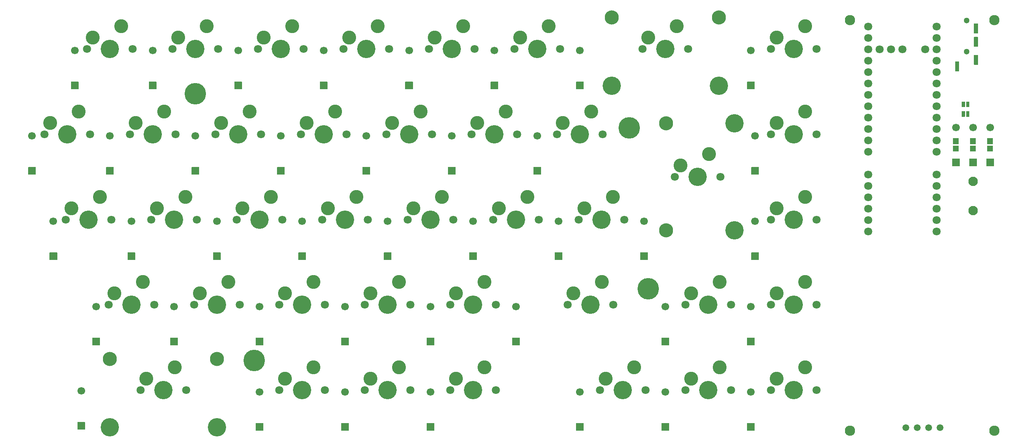
<source format=gbr>
%TF.GenerationSoftware,KiCad,Pcbnew,(5.1.7)-1*%
%TF.CreationDate,2021-06-20T13:46:43+02:00*%
%TF.ProjectId,Split65Right,53706c69-7436-4355-9269-6768742e6b69,rev?*%
%TF.SameCoordinates,Original*%
%TF.FileFunction,Soldermask,Top*%
%TF.FilePolarity,Negative*%
%FSLAX46Y46*%
G04 Gerber Fmt 4.6, Leading zero omitted, Abs format (unit mm)*
G04 Created by KiCad (PCBNEW (5.1.7)-1) date 2021-06-20 13:46:43*
%MOMM*%
%LPD*%
G01*
G04 APERTURE LIST*
%ADD10C,1.801800*%
%ADD11C,4.087800*%
%ADD12C,3.100000*%
%ADD13C,3.148000*%
%ADD14C,1.497000*%
%ADD15C,4.800400*%
%ADD16C,2.300000*%
%ADD17C,1.300000*%
%ADD18C,1.700000*%
%ADD19C,2.100000*%
%ADD20C,1.800000*%
G04 APERTURE END LIST*
D10*
%TO.C,SW39*%
X47280000Y-116144000D03*
X57440000Y-116144000D03*
D11*
X52360000Y-116144000D03*
D12*
X48550000Y-113604000D03*
X54900000Y-111064000D03*
D11*
X64298000Y-124399000D03*
X40422000Y-124399000D03*
D13*
X64298000Y-109159000D03*
X40422000Y-109159000D03*
%TD*%
D14*
%TO.C,J2*%
X225386000Y-124474000D03*
X222846000Y-124474000D03*
X220306000Y-124474000D03*
X217766000Y-124474000D03*
%TD*%
D15*
%TO.C,HOLE_3M*%
X156128000Y-57596000D03*
%TD*%
%TO.C,HOLE_3M*%
X160412000Y-93534000D03*
%TD*%
%TO.C,HOLE_3M*%
X72590000Y-109480000D03*
%TD*%
%TO.C,HOLE_3M*%
X59500000Y-49980000D03*
%TD*%
D16*
%TO.C,HOLE_M2*%
X205394000Y-125188000D03*
%TD*%
%TO.C,HOLE_M2*%
X237524000Y-125188000D03*
%TD*%
%TO.C,HOLE_M2*%
X237524000Y-33558000D03*
%TD*%
%TO.C,HOLE_M2*%
X205394000Y-33558000D03*
%TD*%
%TO.C,J1*%
G36*
G01*
X228786000Y-44980000D02*
X228786000Y-42880000D01*
G75*
G02*
X228836000Y-42830000I50000J0D01*
G01*
X229636000Y-42830000D01*
G75*
G02*
X229686000Y-42880000I0J-50000D01*
G01*
X229686000Y-44980000D01*
G75*
G02*
X229636000Y-45030000I-50000J0D01*
G01*
X228836000Y-45030000D01*
G75*
G02*
X228786000Y-44980000I0J50000D01*
G01*
G37*
G36*
G01*
X232986000Y-43480000D02*
X232986000Y-41380000D01*
G75*
G02*
X233036000Y-41330000I50000J0D01*
G01*
X233836000Y-41330000D01*
G75*
G02*
X233886000Y-41380000I0J-50000D01*
G01*
X233886000Y-43480000D01*
G75*
G02*
X233836000Y-43530000I-50000J0D01*
G01*
X233036000Y-43530000D01*
G75*
G02*
X232986000Y-43480000I0J50000D01*
G01*
G37*
G36*
G01*
X232986000Y-39480000D02*
X232986000Y-37380000D01*
G75*
G02*
X233036000Y-37330000I50000J0D01*
G01*
X233836000Y-37330000D01*
G75*
G02*
X233886000Y-37380000I0J-50000D01*
G01*
X233886000Y-39480000D01*
G75*
G02*
X233836000Y-39530000I-50000J0D01*
G01*
X233036000Y-39530000D01*
G75*
G02*
X232986000Y-39480000I0J50000D01*
G01*
G37*
G36*
G01*
X232986000Y-36480000D02*
X232986000Y-34380000D01*
G75*
G02*
X233036000Y-34330000I50000J0D01*
G01*
X233836000Y-34330000D01*
G75*
G02*
X233886000Y-34380000I0J-50000D01*
G01*
X233886000Y-36480000D01*
G75*
G02*
X233836000Y-36530000I-50000J0D01*
G01*
X233036000Y-36530000D01*
G75*
G02*
X232986000Y-36480000I0J50000D01*
G01*
G37*
D17*
X231336000Y-40630000D03*
X231336000Y-33630000D03*
%TD*%
D18*
%TO.C,D1*%
X183260000Y-40368000D03*
G36*
G01*
X184060000Y-49018000D02*
X182460000Y-49018000D01*
G75*
G02*
X182410000Y-48968000I0J50000D01*
G01*
X182410000Y-47368000D01*
G75*
G02*
X182460000Y-47318000I50000J0D01*
G01*
X184060000Y-47318000D01*
G75*
G02*
X184110000Y-47368000I0J-50000D01*
G01*
X184110000Y-48968000D01*
G75*
G02*
X184060000Y-49018000I-50000J0D01*
G01*
G37*
%TD*%
%TO.C,D2*%
X145180000Y-40368000D03*
G36*
G01*
X145980000Y-49018000D02*
X144380000Y-49018000D01*
G75*
G02*
X144330000Y-48968000I0J50000D01*
G01*
X144330000Y-47368000D01*
G75*
G02*
X144380000Y-47318000I50000J0D01*
G01*
X145980000Y-47318000D01*
G75*
G02*
X146030000Y-47368000I0J-50000D01*
G01*
X146030000Y-48968000D01*
G75*
G02*
X145980000Y-49018000I-50000J0D01*
G01*
G37*
%TD*%
%TO.C,D3*%
X126140000Y-40368000D03*
G36*
G01*
X126940000Y-49018000D02*
X125340000Y-49018000D01*
G75*
G02*
X125290000Y-48968000I0J50000D01*
G01*
X125290000Y-47368000D01*
G75*
G02*
X125340000Y-47318000I50000J0D01*
G01*
X126940000Y-47318000D01*
G75*
G02*
X126990000Y-47368000I0J-50000D01*
G01*
X126990000Y-48968000D01*
G75*
G02*
X126940000Y-49018000I-50000J0D01*
G01*
G37*
%TD*%
%TO.C,D4*%
X107100000Y-40368000D03*
G36*
G01*
X107900000Y-49018000D02*
X106300000Y-49018000D01*
G75*
G02*
X106250000Y-48968000I0J50000D01*
G01*
X106250000Y-47368000D01*
G75*
G02*
X106300000Y-47318000I50000J0D01*
G01*
X107900000Y-47318000D01*
G75*
G02*
X107950000Y-47368000I0J-50000D01*
G01*
X107950000Y-48968000D01*
G75*
G02*
X107900000Y-49018000I-50000J0D01*
G01*
G37*
%TD*%
%TO.C,D5*%
X88060000Y-40368000D03*
G36*
G01*
X88860000Y-49018000D02*
X87260000Y-49018000D01*
G75*
G02*
X87210000Y-48968000I0J50000D01*
G01*
X87210000Y-47368000D01*
G75*
G02*
X87260000Y-47318000I50000J0D01*
G01*
X88860000Y-47318000D01*
G75*
G02*
X88910000Y-47368000I0J-50000D01*
G01*
X88910000Y-48968000D01*
G75*
G02*
X88860000Y-49018000I-50000J0D01*
G01*
G37*
%TD*%
%TO.C,D6*%
X69020000Y-40368000D03*
G36*
G01*
X69820000Y-49018000D02*
X68220000Y-49018000D01*
G75*
G02*
X68170000Y-48968000I0J50000D01*
G01*
X68170000Y-47368000D01*
G75*
G02*
X68220000Y-47318000I50000J0D01*
G01*
X69820000Y-47318000D01*
G75*
G02*
X69870000Y-47368000I0J-50000D01*
G01*
X69870000Y-48968000D01*
G75*
G02*
X69820000Y-49018000I-50000J0D01*
G01*
G37*
%TD*%
%TO.C,D7*%
X49980000Y-40368000D03*
G36*
G01*
X50780000Y-49018000D02*
X49180000Y-49018000D01*
G75*
G02*
X49130000Y-48968000I0J50000D01*
G01*
X49130000Y-47368000D01*
G75*
G02*
X49180000Y-47318000I50000J0D01*
G01*
X50780000Y-47318000D01*
G75*
G02*
X50830000Y-47368000I0J-50000D01*
G01*
X50830000Y-48968000D01*
G75*
G02*
X50780000Y-49018000I-50000J0D01*
G01*
G37*
%TD*%
%TO.C,D8*%
X32606000Y-40368000D03*
G36*
G01*
X33406000Y-49018000D02*
X31806000Y-49018000D01*
G75*
G02*
X31756000Y-48968000I0J50000D01*
G01*
X31756000Y-47368000D01*
G75*
G02*
X31806000Y-47318000I50000J0D01*
G01*
X33406000Y-47318000D01*
G75*
G02*
X33456000Y-47368000I0J-50000D01*
G01*
X33456000Y-48968000D01*
G75*
G02*
X33406000Y-49018000I-50000J0D01*
G01*
G37*
%TD*%
%TO.C,D9*%
X184212000Y-59408000D03*
G36*
G01*
X185012000Y-68058000D02*
X183412000Y-68058000D01*
G75*
G02*
X183362000Y-68008000I0J50000D01*
G01*
X183362000Y-66408000D01*
G75*
G02*
X183412000Y-66358000I50000J0D01*
G01*
X185012000Y-66358000D01*
G75*
G02*
X185062000Y-66408000I0J-50000D01*
G01*
X185062000Y-68008000D01*
G75*
G02*
X185012000Y-68058000I-50000J0D01*
G01*
G37*
%TD*%
%TO.C,D10*%
X135660000Y-59408000D03*
G36*
G01*
X136460000Y-68058000D02*
X134860000Y-68058000D01*
G75*
G02*
X134810000Y-68008000I0J50000D01*
G01*
X134810000Y-66408000D01*
G75*
G02*
X134860000Y-66358000I50000J0D01*
G01*
X136460000Y-66358000D01*
G75*
G02*
X136510000Y-66408000I0J-50000D01*
G01*
X136510000Y-68008000D01*
G75*
G02*
X136460000Y-68058000I-50000J0D01*
G01*
G37*
%TD*%
%TO.C,D11*%
X116620000Y-59408000D03*
G36*
G01*
X117420000Y-68058000D02*
X115820000Y-68058000D01*
G75*
G02*
X115770000Y-68008000I0J50000D01*
G01*
X115770000Y-66408000D01*
G75*
G02*
X115820000Y-66358000I50000J0D01*
G01*
X117420000Y-66358000D01*
G75*
G02*
X117470000Y-66408000I0J-50000D01*
G01*
X117470000Y-68008000D01*
G75*
G02*
X117420000Y-68058000I-50000J0D01*
G01*
G37*
%TD*%
%TO.C,D12*%
X97580000Y-59408000D03*
G36*
G01*
X98380000Y-68058000D02*
X96780000Y-68058000D01*
G75*
G02*
X96730000Y-68008000I0J50000D01*
G01*
X96730000Y-66408000D01*
G75*
G02*
X96780000Y-66358000I50000J0D01*
G01*
X98380000Y-66358000D01*
G75*
G02*
X98430000Y-66408000I0J-50000D01*
G01*
X98430000Y-68008000D01*
G75*
G02*
X98380000Y-68058000I-50000J0D01*
G01*
G37*
%TD*%
%TO.C,D13*%
X78540000Y-59408000D03*
G36*
G01*
X79340000Y-68058000D02*
X77740000Y-68058000D01*
G75*
G02*
X77690000Y-68008000I0J50000D01*
G01*
X77690000Y-66408000D01*
G75*
G02*
X77740000Y-66358000I50000J0D01*
G01*
X79340000Y-66358000D01*
G75*
G02*
X79390000Y-66408000I0J-50000D01*
G01*
X79390000Y-68008000D01*
G75*
G02*
X79340000Y-68058000I-50000J0D01*
G01*
G37*
%TD*%
%TO.C,D14*%
X59500000Y-59408000D03*
G36*
G01*
X60300000Y-68058000D02*
X58700000Y-68058000D01*
G75*
G02*
X58650000Y-68008000I0J50000D01*
G01*
X58650000Y-66408000D01*
G75*
G02*
X58700000Y-66358000I50000J0D01*
G01*
X60300000Y-66358000D01*
G75*
G02*
X60350000Y-66408000I0J-50000D01*
G01*
X60350000Y-68008000D01*
G75*
G02*
X60300000Y-68058000I-50000J0D01*
G01*
G37*
%TD*%
%TO.C,D15*%
X40460000Y-59408000D03*
G36*
G01*
X41260000Y-68058000D02*
X39660000Y-68058000D01*
G75*
G02*
X39610000Y-68008000I0J50000D01*
G01*
X39610000Y-66408000D01*
G75*
G02*
X39660000Y-66358000I50000J0D01*
G01*
X41260000Y-66358000D01*
G75*
G02*
X41310000Y-66408000I0J-50000D01*
G01*
X41310000Y-68008000D01*
G75*
G02*
X41260000Y-68058000I-50000J0D01*
G01*
G37*
%TD*%
%TO.C,D16*%
X23086000Y-59408000D03*
G36*
G01*
X23886000Y-68058000D02*
X22286000Y-68058000D01*
G75*
G02*
X22236000Y-68008000I0J50000D01*
G01*
X22236000Y-66408000D01*
G75*
G02*
X22286000Y-66358000I50000J0D01*
G01*
X23886000Y-66358000D01*
G75*
G02*
X23936000Y-66408000I0J-50000D01*
G01*
X23936000Y-68008000D01*
G75*
G02*
X23886000Y-68058000I-50000J0D01*
G01*
G37*
%TD*%
%TO.C,D17*%
X184212000Y-78448000D03*
G36*
G01*
X185012000Y-87098000D02*
X183412000Y-87098000D01*
G75*
G02*
X183362000Y-87048000I0J50000D01*
G01*
X183362000Y-85448000D01*
G75*
G02*
X183412000Y-85398000I50000J0D01*
G01*
X185012000Y-85398000D01*
G75*
G02*
X185062000Y-85448000I0J-50000D01*
G01*
X185062000Y-87048000D01*
G75*
G02*
X185012000Y-87098000I-50000J0D01*
G01*
G37*
%TD*%
%TO.C,D18*%
X159460000Y-78448000D03*
G36*
G01*
X160260000Y-87098000D02*
X158660000Y-87098000D01*
G75*
G02*
X158610000Y-87048000I0J50000D01*
G01*
X158610000Y-85448000D01*
G75*
G02*
X158660000Y-85398000I50000J0D01*
G01*
X160260000Y-85398000D01*
G75*
G02*
X160310000Y-85448000I0J-50000D01*
G01*
X160310000Y-87048000D01*
G75*
G02*
X160260000Y-87098000I-50000J0D01*
G01*
G37*
%TD*%
%TO.C,D19*%
X140420000Y-78448000D03*
G36*
G01*
X141220000Y-87098000D02*
X139620000Y-87098000D01*
G75*
G02*
X139570000Y-87048000I0J50000D01*
G01*
X139570000Y-85448000D01*
G75*
G02*
X139620000Y-85398000I50000J0D01*
G01*
X141220000Y-85398000D01*
G75*
G02*
X141270000Y-85448000I0J-50000D01*
G01*
X141270000Y-87048000D01*
G75*
G02*
X141220000Y-87098000I-50000J0D01*
G01*
G37*
%TD*%
%TO.C,D20*%
X121380000Y-78448000D03*
G36*
G01*
X122180000Y-87098000D02*
X120580000Y-87098000D01*
G75*
G02*
X120530000Y-87048000I0J50000D01*
G01*
X120530000Y-85448000D01*
G75*
G02*
X120580000Y-85398000I50000J0D01*
G01*
X122180000Y-85398000D01*
G75*
G02*
X122230000Y-85448000I0J-50000D01*
G01*
X122230000Y-87048000D01*
G75*
G02*
X122180000Y-87098000I-50000J0D01*
G01*
G37*
%TD*%
%TO.C,D21*%
X102340000Y-78448000D03*
G36*
G01*
X103140000Y-87098000D02*
X101540000Y-87098000D01*
G75*
G02*
X101490000Y-87048000I0J50000D01*
G01*
X101490000Y-85448000D01*
G75*
G02*
X101540000Y-85398000I50000J0D01*
G01*
X103140000Y-85398000D01*
G75*
G02*
X103190000Y-85448000I0J-50000D01*
G01*
X103190000Y-87048000D01*
G75*
G02*
X103140000Y-87098000I-50000J0D01*
G01*
G37*
%TD*%
%TO.C,D22*%
X83300000Y-78448000D03*
G36*
G01*
X84100000Y-87098000D02*
X82500000Y-87098000D01*
G75*
G02*
X82450000Y-87048000I0J50000D01*
G01*
X82450000Y-85448000D01*
G75*
G02*
X82500000Y-85398000I50000J0D01*
G01*
X84100000Y-85398000D01*
G75*
G02*
X84150000Y-85448000I0J-50000D01*
G01*
X84150000Y-87048000D01*
G75*
G02*
X84100000Y-87098000I-50000J0D01*
G01*
G37*
%TD*%
%TO.C,D23*%
X64260000Y-78448000D03*
G36*
G01*
X65060000Y-87098000D02*
X63460000Y-87098000D01*
G75*
G02*
X63410000Y-87048000I0J50000D01*
G01*
X63410000Y-85448000D01*
G75*
G02*
X63460000Y-85398000I50000J0D01*
G01*
X65060000Y-85398000D01*
G75*
G02*
X65110000Y-85448000I0J-50000D01*
G01*
X65110000Y-87048000D01*
G75*
G02*
X65060000Y-87098000I-50000J0D01*
G01*
G37*
%TD*%
%TO.C,D24*%
X45220000Y-78448000D03*
G36*
G01*
X46020000Y-87098000D02*
X44420000Y-87098000D01*
G75*
G02*
X44370000Y-87048000I0J50000D01*
G01*
X44370000Y-85448000D01*
G75*
G02*
X44420000Y-85398000I50000J0D01*
G01*
X46020000Y-85398000D01*
G75*
G02*
X46070000Y-85448000I0J-50000D01*
G01*
X46070000Y-87048000D01*
G75*
G02*
X46020000Y-87098000I-50000J0D01*
G01*
G37*
%TD*%
%TO.C,D25*%
X183260000Y-97488000D03*
G36*
G01*
X184060000Y-106138000D02*
X182460000Y-106138000D01*
G75*
G02*
X182410000Y-106088000I0J50000D01*
G01*
X182410000Y-104488000D01*
G75*
G02*
X182460000Y-104438000I50000J0D01*
G01*
X184060000Y-104438000D01*
G75*
G02*
X184110000Y-104488000I0J-50000D01*
G01*
X184110000Y-106088000D01*
G75*
G02*
X184060000Y-106138000I-50000J0D01*
G01*
G37*
%TD*%
%TO.C,D26*%
X164220000Y-97488000D03*
G36*
G01*
X165020000Y-106138000D02*
X163420000Y-106138000D01*
G75*
G02*
X163370000Y-106088000I0J50000D01*
G01*
X163370000Y-104488000D01*
G75*
G02*
X163420000Y-104438000I50000J0D01*
G01*
X165020000Y-104438000D01*
G75*
G02*
X165070000Y-104488000I0J-50000D01*
G01*
X165070000Y-106088000D01*
G75*
G02*
X165020000Y-106138000I-50000J0D01*
G01*
G37*
%TD*%
%TO.C,D27*%
X130900000Y-97488000D03*
G36*
G01*
X131700000Y-106138000D02*
X130100000Y-106138000D01*
G75*
G02*
X130050000Y-106088000I0J50000D01*
G01*
X130050000Y-104488000D01*
G75*
G02*
X130100000Y-104438000I50000J0D01*
G01*
X131700000Y-104438000D01*
G75*
G02*
X131750000Y-104488000I0J-50000D01*
G01*
X131750000Y-106088000D01*
G75*
G02*
X131700000Y-106138000I-50000J0D01*
G01*
G37*
%TD*%
%TO.C,D28*%
X111860000Y-97488000D03*
G36*
G01*
X112660000Y-106138000D02*
X111060000Y-106138000D01*
G75*
G02*
X111010000Y-106088000I0J50000D01*
G01*
X111010000Y-104488000D01*
G75*
G02*
X111060000Y-104438000I50000J0D01*
G01*
X112660000Y-104438000D01*
G75*
G02*
X112710000Y-104488000I0J-50000D01*
G01*
X112710000Y-106088000D01*
G75*
G02*
X112660000Y-106138000I-50000J0D01*
G01*
G37*
%TD*%
%TO.C,D29*%
X92820000Y-97488000D03*
G36*
G01*
X93620000Y-106138000D02*
X92020000Y-106138000D01*
G75*
G02*
X91970000Y-106088000I0J50000D01*
G01*
X91970000Y-104488000D01*
G75*
G02*
X92020000Y-104438000I50000J0D01*
G01*
X93620000Y-104438000D01*
G75*
G02*
X93670000Y-104488000I0J-50000D01*
G01*
X93670000Y-106088000D01*
G75*
G02*
X93620000Y-106138000I-50000J0D01*
G01*
G37*
%TD*%
%TO.C,D30*%
X73780000Y-97488000D03*
G36*
G01*
X74580000Y-106138000D02*
X72980000Y-106138000D01*
G75*
G02*
X72930000Y-106088000I0J50000D01*
G01*
X72930000Y-104488000D01*
G75*
G02*
X72980000Y-104438000I50000J0D01*
G01*
X74580000Y-104438000D01*
G75*
G02*
X74630000Y-104488000I0J-50000D01*
G01*
X74630000Y-106088000D01*
G75*
G02*
X74580000Y-106138000I-50000J0D01*
G01*
G37*
%TD*%
%TO.C,D31*%
X54740000Y-97488000D03*
G36*
G01*
X55540000Y-106138000D02*
X53940000Y-106138000D01*
G75*
G02*
X53890000Y-106088000I0J50000D01*
G01*
X53890000Y-104488000D01*
G75*
G02*
X53940000Y-104438000I50000J0D01*
G01*
X55540000Y-104438000D01*
G75*
G02*
X55590000Y-104488000I0J-50000D01*
G01*
X55590000Y-106088000D01*
G75*
G02*
X55540000Y-106138000I-50000J0D01*
G01*
G37*
%TD*%
%TO.C,D32*%
X37366000Y-97488000D03*
G36*
G01*
X38166000Y-106138000D02*
X36566000Y-106138000D01*
G75*
G02*
X36516000Y-106088000I0J50000D01*
G01*
X36516000Y-104488000D01*
G75*
G02*
X36566000Y-104438000I50000J0D01*
G01*
X38166000Y-104438000D01*
G75*
G02*
X38216000Y-104488000I0J-50000D01*
G01*
X38216000Y-106088000D01*
G75*
G02*
X38166000Y-106138000I-50000J0D01*
G01*
G37*
%TD*%
%TO.C,D33*%
X183260000Y-116528000D03*
G36*
G01*
X184060000Y-125178000D02*
X182460000Y-125178000D01*
G75*
G02*
X182410000Y-125128000I0J50000D01*
G01*
X182410000Y-123528000D01*
G75*
G02*
X182460000Y-123478000I50000J0D01*
G01*
X184060000Y-123478000D01*
G75*
G02*
X184110000Y-123528000I0J-50000D01*
G01*
X184110000Y-125128000D01*
G75*
G02*
X184060000Y-125178000I-50000J0D01*
G01*
G37*
%TD*%
%TO.C,D34*%
X164220000Y-116528000D03*
G36*
G01*
X165020000Y-125178000D02*
X163420000Y-125178000D01*
G75*
G02*
X163370000Y-125128000I0J50000D01*
G01*
X163370000Y-123528000D01*
G75*
G02*
X163420000Y-123478000I50000J0D01*
G01*
X165020000Y-123478000D01*
G75*
G02*
X165070000Y-123528000I0J-50000D01*
G01*
X165070000Y-125128000D01*
G75*
G02*
X165020000Y-125178000I-50000J0D01*
G01*
G37*
%TD*%
%TO.C,D35*%
X145180000Y-116528000D03*
G36*
G01*
X145980000Y-125178000D02*
X144380000Y-125178000D01*
G75*
G02*
X144330000Y-125128000I0J50000D01*
G01*
X144330000Y-123528000D01*
G75*
G02*
X144380000Y-123478000I50000J0D01*
G01*
X145980000Y-123478000D01*
G75*
G02*
X146030000Y-123528000I0J-50000D01*
G01*
X146030000Y-125128000D01*
G75*
G02*
X145980000Y-125178000I-50000J0D01*
G01*
G37*
%TD*%
%TO.C,D36*%
X111860000Y-116528000D03*
G36*
G01*
X112660000Y-125178000D02*
X111060000Y-125178000D01*
G75*
G02*
X111010000Y-125128000I0J50000D01*
G01*
X111010000Y-123528000D01*
G75*
G02*
X111060000Y-123478000I50000J0D01*
G01*
X112660000Y-123478000D01*
G75*
G02*
X112710000Y-123528000I0J-50000D01*
G01*
X112710000Y-125128000D01*
G75*
G02*
X112660000Y-125178000I-50000J0D01*
G01*
G37*
%TD*%
%TO.C,D37*%
X92820000Y-116528000D03*
G36*
G01*
X93620000Y-125178000D02*
X92020000Y-125178000D01*
G75*
G02*
X91970000Y-125128000I0J50000D01*
G01*
X91970000Y-123528000D01*
G75*
G02*
X92020000Y-123478000I50000J0D01*
G01*
X93620000Y-123478000D01*
G75*
G02*
X93670000Y-123528000I0J-50000D01*
G01*
X93670000Y-125128000D01*
G75*
G02*
X93620000Y-125178000I-50000J0D01*
G01*
G37*
%TD*%
%TO.C,D38*%
X73780000Y-116528000D03*
G36*
G01*
X74580000Y-125178000D02*
X72980000Y-125178000D01*
G75*
G02*
X72930000Y-125128000I0J50000D01*
G01*
X72930000Y-123528000D01*
G75*
G02*
X72980000Y-123478000I50000J0D01*
G01*
X74580000Y-123478000D01*
G75*
G02*
X74630000Y-123528000I0J-50000D01*
G01*
X74630000Y-125128000D01*
G75*
G02*
X74580000Y-125178000I-50000J0D01*
G01*
G37*
%TD*%
%TO.C,D39*%
X34034000Y-116290000D03*
G36*
G01*
X34834000Y-124940000D02*
X33234000Y-124940000D01*
G75*
G02*
X33184000Y-124890000I0J50000D01*
G01*
X33184000Y-123290000D01*
G75*
G02*
X33234000Y-123240000I50000J0D01*
G01*
X34834000Y-123240000D01*
G75*
G02*
X34884000Y-123290000I0J-50000D01*
G01*
X34884000Y-124890000D01*
G75*
G02*
X34834000Y-124940000I-50000J0D01*
G01*
G37*
%TD*%
%TO.C,D40*%
X27846000Y-78448000D03*
G36*
G01*
X28646000Y-87098000D02*
X27046000Y-87098000D01*
G75*
G02*
X26996000Y-87048000I0J50000D01*
G01*
X26996000Y-85448000D01*
G75*
G02*
X27046000Y-85398000I50000J0D01*
G01*
X28646000Y-85398000D01*
G75*
G02*
X28696000Y-85448000I0J-50000D01*
G01*
X28696000Y-87048000D01*
G75*
G02*
X28646000Y-87098000I-50000J0D01*
G01*
G37*
%TD*%
%TO.C,JP2*%
G36*
G01*
X230965120Y-53930500D02*
X230965120Y-55073500D01*
G75*
G02*
X230915120Y-55123500I-50000J0D01*
G01*
X230280120Y-55123500D01*
G75*
G02*
X230230120Y-55073500I0J50000D01*
G01*
X230230120Y-53930500D01*
G75*
G02*
X230280120Y-53880500I50000J0D01*
G01*
X230915120Y-53880500D01*
G75*
G02*
X230965120Y-53930500I0J-50000D01*
G01*
G37*
G36*
G01*
X231965880Y-53930500D02*
X231965880Y-55073500D01*
G75*
G02*
X231915880Y-55123500I-50000J0D01*
G01*
X231280880Y-55123500D01*
G75*
G02*
X231230880Y-55073500I0J50000D01*
G01*
X231230880Y-53930500D01*
G75*
G02*
X231280880Y-53880500I50000J0D01*
G01*
X231915880Y-53880500D01*
G75*
G02*
X231965880Y-53930500I0J-50000D01*
G01*
G37*
%TD*%
%TO.C,JP3*%
G36*
G01*
X230965120Y-51788500D02*
X230965120Y-52931500D01*
G75*
G02*
X230915120Y-52981500I-50000J0D01*
G01*
X230280120Y-52981500D01*
G75*
G02*
X230230120Y-52931500I0J50000D01*
G01*
X230230120Y-51788500D01*
G75*
G02*
X230280120Y-51738500I50000J0D01*
G01*
X230915120Y-51738500D01*
G75*
G02*
X230965120Y-51788500I0J-50000D01*
G01*
G37*
G36*
G01*
X231965880Y-51788500D02*
X231965880Y-52931500D01*
G75*
G02*
X231915880Y-52981500I-50000J0D01*
G01*
X231280880Y-52981500D01*
G75*
G02*
X231230880Y-52931500I0J50000D01*
G01*
X231230880Y-51788500D01*
G75*
G02*
X231280880Y-51738500I50000J0D01*
G01*
X231915880Y-51738500D01*
G75*
G02*
X231965880Y-51788500I0J-50000D01*
G01*
G37*
%TD*%
%TO.C,R1*%
X228956000Y-57504000D03*
G36*
G01*
X229756000Y-66154000D02*
X228156000Y-66154000D01*
G75*
G02*
X228106000Y-66104000I0J50000D01*
G01*
X228106000Y-64504000D01*
G75*
G02*
X228156000Y-64454000I50000J0D01*
G01*
X229756000Y-64454000D01*
G75*
G02*
X229806000Y-64504000I0J-50000D01*
G01*
X229806000Y-66104000D01*
G75*
G02*
X229756000Y-66154000I-50000J0D01*
G01*
G37*
G36*
G01*
X229530600Y-62892200D02*
X228330600Y-62892200D01*
G75*
G02*
X228280600Y-62842200I0J50000D01*
G01*
X228280600Y-61642200D01*
G75*
G02*
X228330600Y-61592200I50000J0D01*
G01*
X229530600Y-61592200D01*
G75*
G02*
X229580600Y-61642200I0J-50000D01*
G01*
X229580600Y-62842200D01*
G75*
G02*
X229530600Y-62892200I-50000J0D01*
G01*
G37*
G36*
G01*
X229530600Y-61215800D02*
X228330600Y-61215800D01*
G75*
G02*
X228280600Y-61165800I0J50000D01*
G01*
X228280600Y-59965800D01*
G75*
G02*
X228330600Y-59915800I50000J0D01*
G01*
X229530600Y-59915800D01*
G75*
G02*
X229580600Y-59965800I0J-50000D01*
G01*
X229580600Y-61165800D01*
G75*
G02*
X229530600Y-61215800I-50000J0D01*
G01*
G37*
%TD*%
%TO.C,R2*%
X232764000Y-57504000D03*
G36*
G01*
X233564000Y-66154000D02*
X231964000Y-66154000D01*
G75*
G02*
X231914000Y-66104000I0J50000D01*
G01*
X231914000Y-64504000D01*
G75*
G02*
X231964000Y-64454000I50000J0D01*
G01*
X233564000Y-64454000D01*
G75*
G02*
X233614000Y-64504000I0J-50000D01*
G01*
X233614000Y-66104000D01*
G75*
G02*
X233564000Y-66154000I-50000J0D01*
G01*
G37*
G36*
G01*
X233338600Y-62892200D02*
X232138600Y-62892200D01*
G75*
G02*
X232088600Y-62842200I0J50000D01*
G01*
X232088600Y-61642200D01*
G75*
G02*
X232138600Y-61592200I50000J0D01*
G01*
X233338600Y-61592200D01*
G75*
G02*
X233388600Y-61642200I0J-50000D01*
G01*
X233388600Y-62842200D01*
G75*
G02*
X233338600Y-62892200I-50000J0D01*
G01*
G37*
G36*
G01*
X233338600Y-61215800D02*
X232138600Y-61215800D01*
G75*
G02*
X232088600Y-61165800I0J50000D01*
G01*
X232088600Y-59965800D01*
G75*
G02*
X232138600Y-59915800I50000J0D01*
G01*
X233338600Y-59915800D01*
G75*
G02*
X233388600Y-59965800I0J-50000D01*
G01*
X233388600Y-61165800D01*
G75*
G02*
X233338600Y-61215800I-50000J0D01*
G01*
G37*
%TD*%
D10*
%TO.C,SW1*%
X187700000Y-39984000D03*
X197860000Y-39984000D03*
D11*
X192780000Y-39984000D03*
D12*
X188970000Y-37444000D03*
X195320000Y-34904000D03*
%TD*%
D10*
%TO.C,SW2*%
X159140000Y-39984000D03*
X169300000Y-39984000D03*
D11*
X164220000Y-39984000D03*
D12*
X160410000Y-37444000D03*
X166760000Y-34904000D03*
D11*
X176158000Y-48239000D03*
X152282000Y-48239000D03*
D13*
X176158000Y-32999000D03*
X152282000Y-32999000D03*
%TD*%
D10*
%TO.C,SW3*%
X130580000Y-39984000D03*
X140740000Y-39984000D03*
D11*
X135660000Y-39984000D03*
D12*
X131850000Y-37444000D03*
X138200000Y-34904000D03*
%TD*%
D10*
%TO.C,SW4*%
X111540000Y-39984000D03*
X121700000Y-39984000D03*
D11*
X116620000Y-39984000D03*
D12*
X112810000Y-37444000D03*
X119160000Y-34904000D03*
%TD*%
D10*
%TO.C,SW5*%
X92500000Y-39984000D03*
X102660000Y-39984000D03*
D11*
X97580000Y-39984000D03*
D12*
X93770000Y-37444000D03*
X100120000Y-34904000D03*
%TD*%
D10*
%TO.C,SW6*%
X73460000Y-39984000D03*
X83620000Y-39984000D03*
D11*
X78540000Y-39984000D03*
D12*
X74730000Y-37444000D03*
X81080000Y-34904000D03*
%TD*%
D10*
%TO.C,SW7*%
X54420000Y-39984000D03*
X64580000Y-39984000D03*
D11*
X59500000Y-39984000D03*
D12*
X55690000Y-37444000D03*
X62040000Y-34904000D03*
%TD*%
D10*
%TO.C,SW8*%
X35380000Y-39984000D03*
X45540000Y-39984000D03*
D11*
X40460000Y-39984000D03*
D12*
X36650000Y-37444000D03*
X43000000Y-34904000D03*
%TD*%
D10*
%TO.C,SW9*%
X187700000Y-59024000D03*
X197860000Y-59024000D03*
D11*
X192780000Y-59024000D03*
D12*
X188970000Y-56484000D03*
X195320000Y-53944000D03*
%TD*%
D10*
%TO.C,SW10*%
X140100000Y-59024000D03*
X150260000Y-59024000D03*
D11*
X145180000Y-59024000D03*
D12*
X141370000Y-56484000D03*
X147720000Y-53944000D03*
%TD*%
D10*
%TO.C,SW11*%
X121060000Y-59024000D03*
X131220000Y-59024000D03*
D11*
X126140000Y-59024000D03*
D12*
X122330000Y-56484000D03*
X128680000Y-53944000D03*
%TD*%
D10*
%TO.C,SW12*%
X102020000Y-59024000D03*
X112180000Y-59024000D03*
D11*
X107100000Y-59024000D03*
D12*
X103290000Y-56484000D03*
X109640000Y-53944000D03*
%TD*%
D10*
%TO.C,SW13*%
X82980000Y-59024000D03*
X93140000Y-59024000D03*
D11*
X88060000Y-59024000D03*
D12*
X84250000Y-56484000D03*
X90600000Y-53944000D03*
%TD*%
D10*
%TO.C,SW14*%
X63940000Y-59024000D03*
X74100000Y-59024000D03*
D11*
X69020000Y-59024000D03*
D12*
X65210000Y-56484000D03*
X71560000Y-53944000D03*
%TD*%
D10*
%TO.C,SW15*%
X44900000Y-59024000D03*
X55060000Y-59024000D03*
D11*
X49980000Y-59024000D03*
D12*
X46170000Y-56484000D03*
X52520000Y-53944000D03*
%TD*%
D10*
%TO.C,SW16*%
X25860000Y-59024000D03*
X36020000Y-59024000D03*
D11*
X30940000Y-59024000D03*
D12*
X27130000Y-56484000D03*
X33480000Y-53944000D03*
%TD*%
D10*
%TO.C,SW17*%
X187700000Y-78064000D03*
X197860000Y-78064000D03*
D11*
X192780000Y-78064000D03*
D12*
X188970000Y-75524000D03*
X195320000Y-72984000D03*
%TD*%
D10*
%TO.C,SW18*%
X166280000Y-68544000D03*
X176440000Y-68544000D03*
D11*
X171360000Y-68544000D03*
D12*
X167550000Y-66004000D03*
X173900000Y-63464000D03*
D11*
X179615000Y-56606000D03*
X179615000Y-80482000D03*
D13*
X164375000Y-56606000D03*
X164375000Y-80482000D03*
%TD*%
D10*
%TO.C,SW19*%
X144860000Y-78064000D03*
X155020000Y-78064000D03*
D11*
X149940000Y-78064000D03*
D12*
X146130000Y-75524000D03*
X152480000Y-72984000D03*
%TD*%
D10*
%TO.C,SW20*%
X125820000Y-78064000D03*
X135980000Y-78064000D03*
D11*
X130900000Y-78064000D03*
D12*
X127090000Y-75524000D03*
X133440000Y-72984000D03*
%TD*%
D10*
%TO.C,SW21*%
X106780000Y-78064000D03*
X116940000Y-78064000D03*
D11*
X111860000Y-78064000D03*
D12*
X108050000Y-75524000D03*
X114400000Y-72984000D03*
%TD*%
D10*
%TO.C,SW22*%
X87740000Y-78064000D03*
X97900000Y-78064000D03*
D11*
X92820000Y-78064000D03*
D12*
X89010000Y-75524000D03*
X95360000Y-72984000D03*
%TD*%
D10*
%TO.C,SW23*%
X68700000Y-78064000D03*
X78860000Y-78064000D03*
D11*
X73780000Y-78064000D03*
D12*
X69970000Y-75524000D03*
X76320000Y-72984000D03*
%TD*%
D10*
%TO.C,SW24*%
X49660000Y-78064000D03*
X59820000Y-78064000D03*
D11*
X54740000Y-78064000D03*
D12*
X50930000Y-75524000D03*
X57280000Y-72984000D03*
%TD*%
D10*
%TO.C,SW25*%
X187700000Y-97104000D03*
X197860000Y-97104000D03*
D11*
X192780000Y-97104000D03*
D12*
X188970000Y-94564000D03*
X195320000Y-92024000D03*
%TD*%
D10*
%TO.C,SW26*%
X168660000Y-97104000D03*
X178820000Y-97104000D03*
D11*
X173740000Y-97104000D03*
D12*
X169930000Y-94564000D03*
X176280000Y-92024000D03*
%TD*%
D10*
%TO.C,SW27*%
X142480000Y-97104000D03*
X152640000Y-97104000D03*
D11*
X147560000Y-97104000D03*
D12*
X143750000Y-94564000D03*
X150100000Y-92024000D03*
%TD*%
D10*
%TO.C,SW28*%
X116300000Y-97104000D03*
X126460000Y-97104000D03*
D11*
X121380000Y-97104000D03*
D12*
X117570000Y-94564000D03*
X123920000Y-92024000D03*
%TD*%
D10*
%TO.C,SW29*%
X97260000Y-97104000D03*
X107420000Y-97104000D03*
D11*
X102340000Y-97104000D03*
D12*
X98530000Y-94564000D03*
X104880000Y-92024000D03*
%TD*%
D10*
%TO.C,SW30*%
X78220000Y-97104000D03*
X88380000Y-97104000D03*
D11*
X83300000Y-97104000D03*
D12*
X79490000Y-94564000D03*
X85840000Y-92024000D03*
%TD*%
D10*
%TO.C,SW31*%
X59180000Y-97104000D03*
X69340000Y-97104000D03*
D11*
X64260000Y-97104000D03*
D12*
X60450000Y-94564000D03*
X66800000Y-92024000D03*
%TD*%
D10*
%TO.C,SW32*%
X40140000Y-97104000D03*
X50300000Y-97104000D03*
D11*
X45220000Y-97104000D03*
D12*
X41410000Y-94564000D03*
X47760000Y-92024000D03*
%TD*%
D10*
%TO.C,SW33*%
X187700000Y-116144000D03*
X197860000Y-116144000D03*
D11*
X192780000Y-116144000D03*
D12*
X188970000Y-113604000D03*
X195320000Y-111064000D03*
%TD*%
D10*
%TO.C,SW34*%
X168660000Y-116144000D03*
X178820000Y-116144000D03*
D11*
X173740000Y-116144000D03*
D12*
X169930000Y-113604000D03*
X176280000Y-111064000D03*
%TD*%
D10*
%TO.C,SW35*%
X149620000Y-116144000D03*
X159780000Y-116144000D03*
D11*
X154700000Y-116144000D03*
D12*
X150890000Y-113604000D03*
X157240000Y-111064000D03*
%TD*%
D10*
%TO.C,SW36*%
X116300000Y-116144000D03*
X126460000Y-116144000D03*
D11*
X121380000Y-116144000D03*
D12*
X117570000Y-113604000D03*
X123920000Y-111064000D03*
%TD*%
D10*
%TO.C,SW37*%
X97260000Y-116144000D03*
X107420000Y-116144000D03*
D11*
X102340000Y-116144000D03*
D12*
X98530000Y-113604000D03*
X104880000Y-111064000D03*
%TD*%
D10*
%TO.C,SW38*%
X78220000Y-116144000D03*
X88380000Y-116144000D03*
D11*
X83300000Y-116144000D03*
D12*
X79490000Y-113604000D03*
X85840000Y-111064000D03*
%TD*%
D10*
%TO.C,SW40*%
X30620000Y-78064000D03*
X40780000Y-78064000D03*
D11*
X35700000Y-78064000D03*
D12*
X31890000Y-75524000D03*
X38240000Y-72984000D03*
%TD*%
D19*
%TO.C,SW_41*%
X232764000Y-69578000D03*
X232764000Y-76078000D03*
%TD*%
D20*
%TO.C,U1*%
X224671000Y-34968000D03*
X209456000Y-37508000D03*
X209456000Y-34968000D03*
X211996000Y-40048000D03*
X209456000Y-40048000D03*
X209456000Y-42588000D03*
X209456000Y-45128000D03*
X209456000Y-47668000D03*
X214536000Y-40048000D03*
X217076000Y-40048000D03*
X209456000Y-50208000D03*
X209456000Y-52748000D03*
X209456000Y-55288000D03*
X209456000Y-57828000D03*
X209456000Y-60368000D03*
X209456000Y-62908000D03*
X209456000Y-70528000D03*
X209456000Y-75608000D03*
X209456000Y-78148000D03*
X209456000Y-73068000D03*
X209456000Y-80688000D03*
X209456000Y-67988000D03*
X224671000Y-37508000D03*
X224671000Y-40048000D03*
X224671000Y-45128000D03*
X222131000Y-40048000D03*
X224671000Y-42588000D03*
X224671000Y-47668000D03*
X224671000Y-50208000D03*
X224671000Y-52748000D03*
X224671000Y-57828000D03*
X224671000Y-60368000D03*
X224671000Y-55288000D03*
X224671000Y-62908000D03*
X224671000Y-70528000D03*
X224671000Y-67988000D03*
X224671000Y-75608000D03*
X224671000Y-73068000D03*
X224671000Y-78148000D03*
X224671000Y-80688000D03*
%TD*%
D18*
%TO.C,R3*%
X236572000Y-57504000D03*
G36*
G01*
X237372000Y-66154000D02*
X235772000Y-66154000D01*
G75*
G02*
X235722000Y-66104000I0J50000D01*
G01*
X235722000Y-64504000D01*
G75*
G02*
X235772000Y-64454000I50000J0D01*
G01*
X237372000Y-64454000D01*
G75*
G02*
X237422000Y-64504000I0J-50000D01*
G01*
X237422000Y-66104000D01*
G75*
G02*
X237372000Y-66154000I-50000J0D01*
G01*
G37*
G36*
G01*
X237146600Y-62892200D02*
X235946600Y-62892200D01*
G75*
G02*
X235896600Y-62842200I0J50000D01*
G01*
X235896600Y-61642200D01*
G75*
G02*
X235946600Y-61592200I50000J0D01*
G01*
X237146600Y-61592200D01*
G75*
G02*
X237196600Y-61642200I0J-50000D01*
G01*
X237196600Y-62842200D01*
G75*
G02*
X237146600Y-62892200I-50000J0D01*
G01*
G37*
G36*
G01*
X237146600Y-61215800D02*
X235946600Y-61215800D01*
G75*
G02*
X235896600Y-61165800I0J50000D01*
G01*
X235896600Y-59965800D01*
G75*
G02*
X235946600Y-59915800I50000J0D01*
G01*
X237146600Y-59915800D01*
G75*
G02*
X237196600Y-59965800I0J-50000D01*
G01*
X237196600Y-61165800D01*
G75*
G02*
X237146600Y-61215800I-50000J0D01*
G01*
G37*
%TD*%
M02*

</source>
